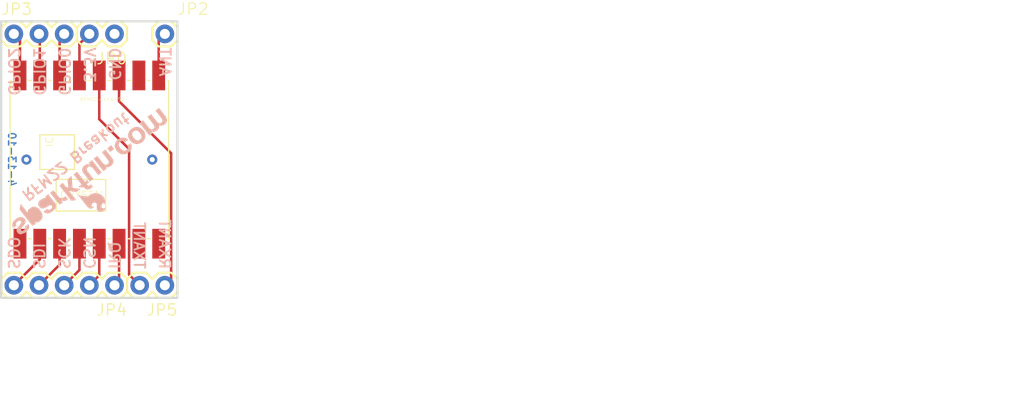
<source format=kicad_pcb>
(kicad_pcb (version 20211014) (generator pcbnew)
  (layers (0 "F.Cu" signal) (31 "B.Cu" signal) (34 "B.Paste" user) (35 "F.Paste" user) (36 "B.SilkS" user "B.Silkscreen") (37 "F.SilkS" user "F.Silkscreen") (38 "B.Mask" user) (39 "F.Mask" user) (44 "Edge.Cuts" user))
  (net 0 "")
  (net 1 "3.3V")
  (net 2 "GND")
  (net 3 "NIRQ")
  (net 4 "NSEL")
  (net 5 "SCLK")
  (net 6 "SDI")
  (net 7 "SDO")
  (net 8 "RX_ANT")
  (net 9 "TX_ANT")
  (net 10 "ANT")
  (net 11 "GPIO_0")
  (net 12 "GPIO_1")
  (net 13 "GPIO2")
  (footprint "" (layer "F.Cu") (at 153.5811 92.3036)
    (fp_text reference "@HOLE0" hide)
    (fp_text value "" (at 0 0) (layer "F.SilkS") (effects (font (size 1.27 1.27))))
    (pad "" np_thru_hole circle (at 0 0) (size 1.905 1.905) (drill 1.905) (layers *.Cu *.Mask))
  )
  (footprint "boardEagle:1X03" (layer "F.Cu") (at 140.8811 92.3036)
    (fp_text reference "JP3" (at -1.3462 -1.8288) (layer "F.SilkS") (effects (font (size 1.143 1.143) (thickness 0.127)) (justify left bottom)))
    (fp_text value "GPIO")
    (fp_line (start 3.175 1.27) (end 1.905 1.27) (layer "F.SilkS") (width 0.2032))
    (fp_line (start 1.905 -1.27) (end 3.175 -1.27) (layer "F.SilkS") (width 0.2032))
    (fp_line (start -0.635 -1.27) (end 0.635 -1.27) (layer "F.SilkS") (width 0.2032))
    (fp_line (start 6.35 0.635) (end 5.715 1.27) (layer "F.SilkS") (width 0.2032))
    (fp_line (start 3.175 -1.27) (end 3.81 -0.635) (layer "F.SilkS") (width 0.2032))
    (fp_line (start 1.27 0.635) (end 0.635 1.27) (layer "F.SilkS") (width 0.2032))
    (fp_line (start -1.27 -0.635) (end -1.27 0.635) (layer "F.SilkS") (width 0.2032))
    (fp_line (start 6.35 -0.635) (end 6.35 0.635) (layer "F.SilkS") (width 0.2032))
    (fp_line (start 1.27 -0.635) (end 1.905 -1.27) (layer "F.SilkS") (width 0.2032))
    (fp_line (start -0.635 -1.27) (end -1.27 -0.635) (layer "F.SilkS") (width 0.2032))
    (fp_line (start 0.635 1.27) (end -0.635 1.27) (layer "F.SilkS") (width 0.2032))
    (fp_line (start 3.81 0.635) (end 3.175 1.27) (layer "F.SilkS") (width 0.2032))
    (fp_line (start 4.445 1.27) (end 3.81 0.635) (layer "F.SilkS") (width 0.2032))
    (fp_line (start -1.27 0.635) (end -0.635 1.27) (layer "F.SilkS") (width 0.2032))
    (fp_line (start 5.715 -1.27) (end 6.35 -0.635) (layer "F.SilkS") (width 0.2032))
    (fp_line (start 4.445 -1.27) (end 5.715 -1.27) (layer "F.SilkS") (width 0.2032))
    (fp_line (start 0.635 -1.27) (end 1.27 -0.635) (layer "F.SilkS") (width 0.2032))
    (fp_line (start 3.81 -0.635) (end 4.445 -1.27) (layer "F.SilkS") (width 0.2032))
    (fp_line (start 5.715 1.27) (end 4.445 1.27) (layer "F.SilkS") (width 0.2032))
    (fp_line (start 1.905 1.27) (end 1.27 0.635) (layer "F.SilkS") (width 0.2032))
    (pad "1" thru_hole circle (at 0 0 90) (size 1.8796 1.8796) (drill 1.016) (layers *.Cu *.Mask) (net 13 "GPIO2"))
    (pad "2" thru_hole circle (at 2.54 0 90) (size 1.8796 1.8796) (drill 1.016) (layers *.Cu *.Mask) (net 12 "GPIO_1"))
    (pad "3" thru_hole circle (at 5.08 0 90) (size 1.8796 1.8796) (drill 1.016) (layers *.Cu *.Mask) (net 11 "GPIO_0"))
  )
  (footprint "boardEagle:1X02" (layer "F.Cu") (at 156.1211 117.7036 180)
    (fp_text reference "JP5" (at -1.3462 -1.8288 180) (layer "F.SilkS") (effects (font (size 1.143 1.143) (thickness 0.127)) (justify right top)))
    (fp_text value "RX/TX-ANT")
    (fp_line (start 1.905 1.27) (end 1.27 0.635) (layer "F.SilkS") (width 0.2032))
    (fp_line (start -0.635 -1.27) (end -1.27 -0.635) (layer "F.SilkS") (width 0.2032))
    (fp_line (start 3.81 -0.635) (end 3.81 0.635) (layer "F.SilkS") (width 0.2032))
    (fp_line (start 1.905 -1.27) (end 3.175 -1.27) (layer "F.SilkS") (width 0.2032))
    (fp_line (start 1.27 -0.635) (end 1.905 -1.27) (layer "F.SilkS") (width 0.2032))
    (fp_line (start 0.635 -1.27) (end 1.27 -0.635) (layer "F.SilkS") (width 0.2032))
    (fp_line (start -1.27 0.635) (end -0.635 1.27) (layer "F.SilkS") (width 0.2032))
    (fp_line (start 0.635 1.27) (end -0.635 1.27) (layer "F.SilkS") (width 0.2032))
    (fp_line (start 1.27 0.635) (end 0.635 1.27) (layer "F.SilkS") (width 0.2032))
    (fp_line (start -0.635 -1.27) (end 0.635 -1.27) (layer "F.SilkS") (width 0.2032))
    (fp_line (start 3.175 -1.27) (end 3.81 -0.635) (layer "F.SilkS") (width 0.2032))
    (fp_line (start 3.81 0.635) (end 3.175 1.27) (layer "F.SilkS") (width 0.2032))
    (fp_line (start -1.27 -0.635) (end -1.27 0.635) (layer "F.SilkS") (width 0.2032))
    (fp_line (start 3.175 1.27) (end 1.905 1.27) (layer "F.SilkS") (width 0.2032))
    (pad "1" thru_hole circle (at 0 0 270) (size 1.8796 1.8796) (drill 1.016) (layers *.Cu *.Mask) (net 8 "RX_ANT"))
    (pad "2" thru_hole circle (at 2.54 0 270) (size 1.8796 1.8796) (drill 1.016) (layers *.Cu *.Mask) (net 9 "TX_ANT"))
  )
  (footprint "boardEagle:1X01" (layer "F.Cu") (at 156.1211 92.3036)
    (fp_text reference "JP2" (at 1.1938 -1.8288) (layer "F.SilkS") (effects (font (size 1.1684 1.1684) (thickness 0.1016)) (justify left bottom)))
    (fp_text value "ANT")
    (fp_line (start 1.27 -0.635) (end 0.635 -1.27) (layer "F.SilkS") (width 0.2032))
    (fp_line (start -0.635 1.27) (end 0.635 1.27) (layer "F.SilkS") (width 0.2032))
    (fp_line (start -1.27 -0.635) (end -1.27 0.635) (layer "F.SilkS") (width 0.2032))
    (fp_line (start -0.635 -1.27) (end -1.27 -0.635) (layer "F.SilkS") (width 0.2032))
    (fp_line (start 0.635 1.27) (end 1.27 0.635) (layer "F.SilkS") (width 0.2032))
    (fp_line (start 1.27 0.635) (end 1.27 -0.635) (layer "F.SilkS") (width 0.2032))
    (fp_line (start 0.635 -1.27) (end -0.635 -1.27) (layer "F.SilkS") (width 0.2032))
    (fp_line (start -1.27 0.635) (end -0.635 1.27) (layer "F.SilkS") (width 0.2032))
    (pad "1" thru_hole circle (at 0 0 90) (size 1.8796 1.8796) (drill 1.016) (layers *.Cu *.Mask) (net 10 "ANT"))
  )
  (footprint "boardEagle:1X05" (layer "F.Cu") (at 151.0411 117.7036 180)
    (fp_text reference "JP4" (at -1.3462 -1.8288 180) (layer "F.SilkS") (effects (font (size 1.143 1.143) (thickness 0.127)) (justify right top)))
    (fp_text value "SPI")
    (fp_line (start -1.27 0.635) (end -0.635 1.27) (layer "F.SilkS") (width 0.2032))
    (fp_line (start 8.255 1.27) (end 6.985 1.27) (layer "F.SilkS") (width 0.2032))
    (fp_line (start 4.445 1.27) (end 3.81 0.635) (layer "F.SilkS") (width 0.2032))
    (fp_line (start 10.795 -1.27) (end 11.43 -0.635) (layer "F.SilkS") (width 0.2032))
    (fp_line (start 1.27 -0.635) (end 1.905 -1.27) (layer "F.SilkS") (width 0.2032))
    (fp_line (start 0.635 1.27) (end -0.635 1.27) (layer "F.SilkS") (width 0.2032))
    (fp_line (start 5.715 1.27) (end 4.445 1.27) (layer "F.SilkS") (width 0.2032))
    (fp_line (start 9.525 -1.27) (end 10.795 -1.27) (layer "F.SilkS") (width 0.2032))
    (fp_line (start 6.35 0.635) (end 5.715 1.27) (layer "F.SilkS") (width 0.2032))
    (fp_line (start 4.445 -1.27) (end 5.715 -1.27) (layer "F.SilkS") (width 0.2032))
    (fp_line (start 11.43 0.635) (end 10.795 1.27) (layer "F.SilkS") (width 0.2032))
    (fp_line (start -1.27 -0.635) (end -1.27 0.635) (layer "F.SilkS") (width 0.2032))
    (fp_line (start 1.905 -1.27) (end 3.175 -1.27) (layer "F.SilkS") (width 0.2032))
    (fp_line (start -0.635 -1.27) (end -1.27 -0.635) (layer "F.SilkS") (width 0.2032))
    (fp_line (start -0.635 -1.27) (end 0.635 -1.27) (layer "F.SilkS") (width 0.2032))
    (fp_line (start 3.175 1.27) (end 1.905 1.27) (layer "F.SilkS") (width 0.2032))
    (fp_line (start 8.89 -0.635) (end 9.525 -1.27) (layer "F.SilkS") (width 0.2032))
    (fp_line (start 0.635 -1.27) (end 1.27 -0.635) (layer "F.SilkS") (width 0.2032))
    (fp_line (start 6.35 0.635) (end 6.985 1.27) (layer "F.SilkS") (width 0.2032))
    (fp_line (start 5.715 -1.27) (end 6.35 -0.635) (layer "F.SilkS") (width 0.2032))
    (fp_line (start 1.27 0.635) (end 0.635 1.27) (layer "F.SilkS") (width 0.2032))
    (fp_line (start 3.175 -1.27) (end 3.81 -0.635) (layer "F.SilkS") (width 0.2032))
    (fp_line (start 8.89 0.635) (end 8.255 1.27) (layer "F.SilkS") (width 0.2032))
    (fp_line (start 10.795 1.27) (end 9.525 1.27) (layer "F.SilkS") (width 0.2032))
    (fp_line (start 3.81 -0.635) (end 4.445 -1.27) (layer "F.SilkS") (width 0.2032))
    (fp_line (start 3.81 0.635) (end 3.175 1.27) (layer "F.SilkS") (width 0.2032))
    (fp_line (start 9.525 1.27) (end 8.89 0.635) (layer "F.SilkS") (width 0.2032))
    (fp_line (start 8.255 -1.27) (end 8.89 -0.635) (layer "F.SilkS") (width 0.2032))
    (fp_line (start 6.985 -1.27) (end 6.35 -0.635) (layer "F.SilkS") (width 0.2032))
    (fp_line (start 6.985 -1.27) (end 8.255 -1.27) (layer "F.SilkS") (width 0.2032))
    (fp_line (start 1.905 1.27) (end 1.27 0.635) (layer "F.SilkS") (width 0.2032))
    (fp_line (start 11.43 -0.635) (end 11.43 0.635) (layer "F.SilkS") (width 0.2032))
    (pad "1" thru_hole circle (at 0 0 270) (size 1.8796 1.8796) (drill 1.016) (layers *.Cu *.Mask) (net 3 "NIRQ"))
    (pad "2" thru_hole circle (at 2.54 0 270) (size 1.8796 1.8796) (drill 1.016) (layers *.Cu *.Mask) (net 4 "NSEL"))
    (pad "3" thru_hole circle (at 5.08 0 270) (size 1.8796 1.8796) (drill 1.016) (layers *.Cu *.Mask) (net 5 "SCLK"))
    (pad "4" thru_hole circle (at 7.62 0 270) (size 1.8796 1.8796) (drill 1.016) (layers *.Cu *.Mask) (net 6 "SDI"))
    (pad "5" thru_hole circle (at 10.16 0 270) (size 1.8796 1.8796) (drill 1.016) (layers *.Cu *.Mask) (net 7 "SDO"))
  )
  (footprint "boardEagle:CREATIVE_COMMONS" (layer "F.Cu") (at 159.9311 130.4036)
    (fp_text reference "U$1" hide)
    (fp_text value "CREATIVE_COMMONS" hide)
  )
  (footprint "boardEagle:1X02" (layer "F.Cu") (at 151.0411 92.3036 180)
    (fp_text reference "JP0" (at -1.3462 -1.8288 180) (layer "F.SilkS") (effects (font (size 1.143 1.143) (thickness 0.127)) (justify right top)))
    (fp_text value "POWER")
    (fp_line (start 1.27 -0.635) (end 1.905 -1.27) (layer "F.SilkS") (width 0.2032))
    (fp_line (start 0.635 -1.27) (end 1.27 -0.635) (layer "F.SilkS") (width 0.2032))
    (fp_line (start 3.175 -1.27) (end 3.81 -0.635) (layer "F.SilkS") (width 0.2032))
    (fp_line (start 1.905 1.27) (end 1.27 0.635) (layer "F.SilkS") (width 0.2032))
    (fp_line (start -0.635 -1.27) (end 0.635 -1.27) (layer "F.SilkS") (width 0.2032))
    (fp_line (start 3.81 0.635) (end 3.175 1.27) (layer "F.SilkS") (width 0.2032))
    (fp_line (start -0.635 -1.27) (end -1.27 -0.635) (layer "F.SilkS") (width 0.2032))
    (fp_line (start -1.27 0.635) (end -0.635 1.27) (layer "F.SilkS") (width 0.2032))
    (fp_line (start 0.635 1.27) (end -0.635 1.27) (layer "F.SilkS") (width 0.2032))
    (fp_line (start 3.175 1.27) (end 1.905 1.27) (layer "F.SilkS") (width 0.2032))
    (fp_line (start 1.905 -1.27) (end 3.175 -1.27) (layer "F.SilkS") (width 0.2032))
    (fp_line (start 3.81 -0.635) (end 3.81 0.635) (layer "F.SilkS") (width 0.2032))
    (fp_line (start -1.27 -0.635) (end -1.27 0.635) (layer "F.SilkS") (width 0.2032))
    (fp_line (start 1.27 0.635) (end 0.635 1.27) (layer "F.SilkS") (width 0.2032))
    (pad "1" thru_hole circle (at 0 0 270) (size 1.8796 1.8796) (drill 1.016) (layers *.Cu *.Mask) (net 2 "GND"))
    (pad "2" thru_hole circle (at 2.54 0 270) (size 1.8796 1.8796) (drill 1.016) (layers *.Cu *.Mask) (net 1 "3.3V"))
  )
  (footprint "boardEagle:RFM22-XXX-S2" (layer "F.Cu") (at 148.5011 105.0036 -90)
    (fp_text reference "RFM22-XXX-S2" (at -5.8652 0.9618) (layer "F.SilkS") (effects (font (size 0.373888 0.373888) (thickness 0.032512)) (justify left bottom)))
    (fp_text value "RFM22")
    (fp_text user "IC" (at -1.2 3.6 -90) (layer "F.SilkS") (effects (font (size 0.736 0.736) (thickness 0.064)) (justify left bottom)))
    (fp_text user "CRYSTAL" (at 4 3) (layer "F.SilkS") (effects (font (size 0.736 0.736) (thickness 0.064)) (justify left bottom)))
    (fp_line (start 8 -0.15) (end 8 0.15) (layer "F.SilkS") (width 0.127))
    (fp_line (start -8 1.85) (end -8 2.15) (layer "F.SilkS") (width 0.127))
    (fp_line (start -8 -8) (end 8 -8) (layer "F.SilkS") (width 0.127))
    (fp_line (start 1 1.5) (end 1 5) (layer "F.SilkS") (width 0.127))
    (fp_line (start 8 8) (end -8 8) (layer "F.SilkS") (width 0.127))
    (fp_line (start -2.5 1.5) (end 1 1.5) (layer "F.SilkS") (width 0.127))
    (fp_line (start 8 5.85) (end 8 6.15) (layer "F.SilkS") (width 0.127))
    (fp_line (start -8 3.85) (end -8 4.15) (layer "F.SilkS") (width 0.127))
    (fp_line (start 2 -1.65) (end 5.2 -1.65) (layer "F.SilkS") (width 0.127))
    (fp_line (start 8 3.85) (end 8 4.15) (layer "F.SilkS") (width 0.127))
    (fp_line (start 2 -1.65) (end 2 3.35) (layer "F.SilkS") (width 0.127))
    (fp_line (start -8 7.83) (end -8 7.9814) (layer "F.SilkS") (width 0.127))
    (fp_line (start -8 -6.15) (end -8 -5.85) (layer "F.SilkS") (width 0.127))
    (fp_line (start 8 1.85) (end 8 2.15) (layer "F.SilkS") (width 0.127))
    (fp_line (start 1 5) (end -2.5 5) (layer "F.SilkS") (width 0.127))
    (fp_line (start 5.2 -1.65) (end 5.2 3.35) (layer "F.SilkS") (width 0.127))
    (fp_line (start -8 -4.15) (end -8 -3.85) (layer "F.SilkS") (width 0.127))
    (fp_line (start 8 -8) (end 8 -7.8486) (layer "F.SilkS") (width 0.127))
    (fp_line (start 8 -6.15) (end 8 -5.85) (layer "F.SilkS") (width 0.127))
    (fp_line (start 2 3.35) (end 5.2 3.35) (layer "F.SilkS") (width 0.127))
    (fp_line (start 8 7.85) (end 8 8.0014) (layer "F.SilkS") (width 0.127))
    (fp_line (start 8 -2.15) (end 8 -1.85) (layer "F.SilkS") (width 0.127))
    (fp_line (start -2.5 5) (end -2.5 1.5) (layer "F.SilkS") (width 0.127))
    (fp_line (start -8 5.85) (end -8 6.15) (layer "F.SilkS") (width 0.127))
    (fp_line (start 8 -4.15) (end 8 -3.85) (layer "F.SilkS") (width 0.127))
    (fp_line (start -8 -0.15) (end -8 0.15) (layer "F.SilkS") (width 0.127))
    (fp_line (start -8 -8) (end -8 -7.8486) (layer "F.SilkS") (width 0.127))
    (fp_line (start -8 -2.15) (end -8 -1.85) (layer "F.SilkS") (width 0.127))
    (pad "1" smd rect (at -8.5 -7) (size 1.3 3) (layers "F.Cu" "F.Paste" "F.Mask") (net 10 "ANT"))
    (pad "2" smd rect (at -8.5 -5) (size 1.3 3) (layers "F.Cu" "F.Paste" "F.Mask") (net 2 "GND"))
    (pad "3" smd rect (at -8.5 -3) (size 1.3 3) (layers "F.Cu" "F.Paste" "F.Mask") (net 8 "RX_ANT"))
    (pad "4" smd rect (at -8.5 -1) (size 1.3 3) (layers "F.Cu" "F.Paste" "F.Mask") (net 9 "TX_ANT"))
    (pad "5" smd rect (at -8.5 1) (size 1.3 3) (layers "F.Cu" "F.Paste" "F.Mask") (net 1 "3.3V"))
    (pad "6" smd rect (at -8.5 3) (size 1.3 3) (layers "F.Cu" "F.Paste" "F.Mask") (net 11 "GPIO_0"))
    (pad "7" smd rect (at -8.5 5) (size 1.3 3) (layers "F.Cu" "F.Paste" "F.Mask") (net 12 "GPIO_1"))
    (pad "8" smd rect (at -8.5 7) (size 1.3 3) (layers "F.Cu" "F.Paste" "F.Mask") (net 13 "GPIO2"))
    (pad "9" smd rect (at 8.5 7) (size 1.3 3) (layers "F.Cu" "F.Paste" "F.Mask") (net 2 "GND"))
    (pad "10" smd rect (at 8.5 5) (size 1.3 3) (layers "F.Cu" "F.Paste" "F.Mask") (net 7 "SDO"))
    (pad "11" smd rect (at 8.5 3) (size 1.3 3) (layers "F.Cu" "F.Paste" "F.Mask") (net 6 "SDI"))
    (pad "12" smd rect (at 8.5 1) (size 1.3 3) (layers "F.Cu" "F.Paste" "F.Mask") (net 5 "SCLK"))
    (pad "13" smd rect (at 8.5 -1) (size 1.3 3) (layers "F.Cu" "F.Paste" "F.Mask") (net 4 "NSEL"))
    (pad "14" smd rect (at 8.5 -3) (size 1.3 3) (layers "F.Cu" "F.Paste" "F.Mask") (net 3 "NIRQ"))
    (pad "15" smd rect (at 8.5 -5) (size 1.3 3) (layers "F.Cu" "F.Paste" "F.Mask") (net 2 "GND"))
    (pad "16" smd rect (at 8.5 -7) (size 1.3 3) (layers "F.Cu" "F.Paste" "F.Mask") (net 2 "GND"))
  )
  (footprint "boardEagle:SFE-NEW-WEBLOGO" (layer "B.Cu") (at 139.9369 110.7667 38)
    (fp_text reference "JP1" hide)
    (fp_text value "LOGO-SFENEW" hide)
    (fp_line (start 11.1379 1.8136) (end 11.1379 0.9449) (layer "B.SilkS") (width 0.0254))
    (fp_line (start 15.5702 2.2962) (end 15.5702 2.6137) (layer "B.SilkS") (width 0.0254))
    (fp_line (start 15.5499 2.6137) (end 15.5499 2.2911) (layer "B.SilkS") (width 0.0254))
    (fp_line (start 11.7729 0.955) (end 11.7729 1.9202) (layer "B.SilkS") (width 0.0254))
    (fp_line (start 15.5702 2.6137) (end 15.5854 2.6137) (layer "B.SilkS") (width 0.0254))
    (fp_line (start 15.5499 2.2911) (end 15.527 2.2911) (layer "B.SilkS") (width 0.0254))
    (fp_line (start 10.7163 0.9449) (end 10.7163 2.5171) (layer "B.SilkS") (width 0.0254))
    (fp_line (start 10.7163 2.5171) (end 11.1201 2.5171) (layer "B.SilkS") (width 0.0254))
    (fp_line (start 11.1379 0.9449) (end 10.7163 0.9449) (layer "B.SilkS") (width 0.0254))
    (fp_line (start 12.1818 0.955) (end 11.7729 0.955) (layer "B.SilkS") (width 0.0254))
    (fp_line (start 12.1818 2.0091) (end 12.1818 0.955) (layer "B.SilkS") (width 0.0254))
    (fp_line (start 11.1201 2.5171) (end 11.1201 2.2962) (layer "B.SilkS") (width 0.0254))
    (fp_line (start 11.1201 2.2962) (end 11.1277 2.2962) (layer "B.SilkS") (width 0.0254))
    (fp_arc (start 14.8615 1.27) (mid 14.919858 1.18948) (end 14.9911 1.1201) (layer "B.SilkS") (width 0.0254))
    (fp_arc (start 15.9029 0.9754) (mid 16.153433 1.12491) (end 16.317 1.3665) (layer "B.SilkS") (width 0.0254))
    (fp_arc (start 15.128201 2.4892) (mid 14.882786 2.260687) (end 14.7549 1.9507) (layer "B.SilkS") (width 0.0254))
    (fp_arc (start 11.2598 2.1692) (mid 11.206137 2.110016) (end 11.1684 2.0396) (layer "B.SilkS") (width 0.0254))
    (fp_arc (start 15.2781 2.1692) (mid 15.20247 2.035022) (end 15.168899 1.8847) (layer "B.SilkS") (width 0.0254))
    (fp_arc (start 11.1379 1.8821) (mid 11.137681 1.84785) (end 11.1379 1.8136) (layer "B.SilkS") (width 0.0254))
    (fp_arc (start 15.7277 2.2708) (mid 15.650001 2.290018) (end 15.5702 2.2962) (layer "B.SilkS") (width 0.0254))
    (fp_arc (start 16.4033 1.808499) (mid 16.333054 2.143404) (end 16.129 2.4181) (layer "B.SilkS") (width 0.0254))
    (fp_arc (start 11.1455 2.3038) (mid 11.152103 2.311189) (end 11.1582 2.319) (layer "B.SilkS") (width 0.0254))
    (fp_arc (start 14.7549 1.9507) (mid 14.737287 1.759061) (end 14.7523 1.5672) (layer "B.SilkS") (width 0.0254))
    (fp_arc (start 15.24 1.4097) (mid 15.31871 1.3127) (end 15.428 1.2522) (layer "B.SilkS") (width 0.0254))
    (fp_arc (start 15.5423 0.9195) (mid 15.724919 0.932492) (end 15.9029 0.9754) (layer "B.SilkS") (width 0.0254))
    (fp_arc (start 12.1488 2.232699) (mid 12.104013 2.336521) (end 12.0345 2.4257) (layer "B.SilkS") (width 0.0254))
    (fp_arc (start 16.317 1.3665) (mid 16.380488 1.583529) (end 16.4033 1.8085) (layer "B.SilkS") (width 0.0254))
    (fp_arc (start 15.809 2.5857) (mid 15.698073 2.606673) (end 15.5854 2.6137) (layer "B.SilkS") (width 0.0254))
    (fp_arc (start 11.1684 2.0396) (mid 11.146105 1.962214) (end 11.1379 1.8821) (layer "B.SilkS") (width 0.0254))
    (fp_arc (start 11.2725 2.446) (mid 11.2264 2.404415) (end 11.1862 2.3571) (layer "B.SilkS") (width 0.0254))
    (fp_arc (start 15.9588 1.971) (mid 15.910982 2.096372) (end 15.8318 2.2047) (layer "B.SilkS") (width 0.0254))
    (fp_arc (start 14.7523 1.5672) (mid 14.792796 1.413418) (end 14.8615 1.27) (layer "B.SilkS") (width 0.0254))
    (fp_arc (start 16.129 2.4181) (mid 15.978822 2.520652) (end 15.809 2.5857) (layer "B.SilkS") (width 0.0254))
    (fp_arc (start 15.5499 2.6137) (mid 15.331296 2.577713) (end 15.1282 2.4892) (layer "B.SilkS") (width 0.0254))
    (fp_arc (start 11.4198 2.2327) (mid 11.475701 2.235165) (end 11.5316 2.2377) (layer "B.SilkS") (width 0.0254))
    (fp_arc (start 15.1689 1.8847) (mid 15.165026 1.761448) (end 15.1714 1.6383) (layer "B.SilkS") (width 0.0254))
    (fp_arc (start 11.1277 2.2962) (mid 11.137379 2.298176) (end 11.1455 2.3038) (layer "B.SilkS") (width 0.0254))
    (fp_arc (start 11.7678 2.5502) (mid 11.667583 2.556058) (end 11.5672 2.5552) (layer "B.SilkS") (width 0.0254))
    (fp_arc (start 15.908 1.4097) (mid 15.966057 1.559906) (end 15.9868 1.7196) (layer "B.SilkS") (width 0.0254))
    (fp_arc (start 15.428 1.2522) (mid 15.597525 1.230563) (end 15.7632 1.2725) (layer "B.SilkS") (width 0.0254))
    (fp_arc (start 11.7145 2.1311) (mid 11.664346 2.1894) (end 11.5976 2.2276) (layer "B.SilkS") (width 0.0254))
    (fp_arc (start 11.7729 1.9202) (mid 11.758038 2.02962) (end 11.7145 2.1311) (layer "B.SilkS") (width 0.0254))
    (fp_arc (start 15.9868 1.7196) (mid 15.980368 1.846143) (end 15.9588 1.971) (layer "B.SilkS") (width 0.0254))
    (fp_arc (start 12.1818 2.0091) (mid 12.172765 2.122002) (end 12.1488 2.2327) (layer "B.SilkS") (width 0.0254))
    (fp_arc (start 15.8318 2.2047) (mid 15.783745 2.244042) (end 15.7277 2.2708) (layer "B.SilkS") (width 0.0254))
    (fp_arc (start 15.7632 1.2725) (mid 15.846801 1.329279) (end 15.908 1.4097) (layer "B.SilkS") (width 0.0254))
    (fp_arc (start 14.9911 1.1201) (mid 15.249615 0.972855) (end 15.5423 0.9195) (layer "B.SilkS") (width 0.0254))
    (fp_arc (start 11.4198 2.2327) (mid 11.334441 2.214452) (end 11.259799 2.1692) (layer "B.SilkS") (width 0.0254))
    (fp_arc (start 11.1862 2.3571) (mid 11.172158 2.338081) (end 11.1582 2.319) (layer "B.SilkS") (width 0.0254))
    (fp_arc (start 11.5672 2.5552) (mid 11.411238 2.523841) (end 11.2725 2.446) (layer "B.SilkS") (width 0.0254))
    (fp_arc (start 12.0345 2.425699) (mid 11.911985 2.511161) (end 11.7678 2.5502) (layer "B.SilkS") (width 0.0254))
    (fp_arc (start 15.1714 1.6383) (mid 15.194331 1.520588) (end 15.24 1.4097) (layer "B.SilkS") (width 0.0254))
    (fp_arc (start 15.527 2.2911) (mid 15.388433 2.258974) (end 15.278099 2.1692) (layer "B.SilkS") (width 0.0254))
    (fp_arc (start 11.5976 2.2276) (mid 11.565101 2.235925) (end 11.5316 2.2377) (layer "B.SilkS") (width 0.0254))
    (fp_poly (pts (xy 8.809435 3.119895) (xy 8.875117 3.1166) (xy 8.89 3.1166) (xy 8.89 2.7889) (xy 8.869112 2.7889) (xy 8.841108 2.7915) (xy 8.660351 2.7915) (xy 8.587936 2.740064) (xy 8.571192 2.699602) (xy 8.5649 2.653436) (xy 8.5649 2.5273) (xy 8.8621 2.5273) (xy 8.8621 2.2352) (xy 8.5623 2.2352) (xy 8.5623 0.9322) (xy 8.1204 0.9322) (xy 8.1204 2.232779) (xy 7.70383 2.235391) (xy 7.995739 2.5273) (xy 8.1255 2.5273) (xy 8.1255 2.560826) (xy 8.143432 2.77702) (xy 8.219199 2.938937) (xy 8.324367 3.032939) (xy 8.449534 3.095959) (xy 8.586403 3.1242) (xy 8.743112 3.1242)) (layer "B.SilkS") (width 0) (fill solid))
    (fp_poly (pts (xy 6.7335 1.97376) (xy 7.284539 2.5248) (xy 7.78835 2.5248) (xy 7.197009 1.946483) (xy 7.869909 0.937183) (xy 7.330929 0.939835) (xy 6.903958 1.643716) (xy 6.7386 1.483032) (xy 6.7386 0.9296) (xy 6.306639 0.9296) (xy 6.2941 0.942139) (xy 6.2941 2.887776) (xy 6.7335 3.138467)) (layer "B.SilkS") (width 0) (fill solid))
    (fp_poly (pts (xy 15.5499 2.609649) (xy 15.5499 2.29782) (xy 15.429469 2.281338) (xy 15.314616 2.217851) (xy 15.23586 2.109416) (xy 15.196312 2.020604) (xy 15.168868 1.873153) (xy 15.163824 1.687316) (xy 15.181322 1.562471) (xy 15.218744 1.447652) (xy 15.272523 1.345) (xy 15.437302 1.244156) (xy 15.6121 1.221967) (xy 15.787119 1.281181) (xy 15.894998 1.379217) (xy 15.949332 1.500229) (xy 15.9868 1.655017) (xy 15.9868 1.797481) (xy 15.961756 1.990339) (xy 15.88736 2.151531) (xy 15.803924 2.232457) (xy 15.708711 2.283762) (xy 15.58997 2.2936) (xy 15.567485 2.2936) (xy 15.57294 2.617878) (xy 15.788992 2.590535) (xy 15.954486 2.53364) (xy 16.155367 2.394616) (xy 16.266844 2.264968) (xy 16.37246 2.027864) (xy 16.400898 1.805948) (xy 16.375193 1.592623) (xy 16.305839 1.343513) (xy 16.222719 1.211114) (xy 16.101494 1.095067) (xy 15.987532 1.014773) (xy 15.799031 0.950211) (xy 15.544583 0.924513) (xy 15.240687 0.965682) (xy 14.951456 1.146439) (xy 14.788469 1.399985) (xy 14.726674 1.793647) (xy 14.809154 2.154405) (xy 15.026083 2.4307) (xy 15.368412 2.600648) (xy 15.51864 2.6187) (xy 15.52691 2.6187)) (layer "B.SilkS") (width 0) (fill solid))
    (fp_poly (pts (xy 17.714962 2.583496) (xy 17.714669 2.58013) (xy 17.812284 2.526288) (xy 17.900302 2.442716) (xy 17.956995 2.351455) (xy 17.961394 2.355854) (xy 18.007182 2.404147) (xy 18.086856 2.480888) (xy 18.177617 2.546023) (xy 18.30384 2.60027) (xy 18.440544 2.616304) (xy 18.698981 2.580082) (xy 18.93345 2.426436) (xy 19.05 2.112985) (xy 19.05 0.9398) (xy 18.6004 0.9398) (xy 18.6004 1.979658) (xy 18.558302 2.150487) (xy 18.49797 2.220003) (xy 18.412014 2.255689) (xy 18.322362 2.262413) (xy 18.233537 2.253336) (xy 18.121633 2.190061) (xy 18.068614 2.109201) (xy 18.041426 2.014408) (xy 18.036069 1.960144) (xy 18.034 1.904767) (xy 18.034 0.9398) (xy 17.5768 0.9398) (xy 17.5768 2.006808) (xy 17.507834 2.191589) (xy 17.433119 2.246143) (xy 17.339789 2.26304) (xy 17.298061 2.260863) (xy 17.256145 2.258198) (xy 17.19103 2.2421) (xy 17.135402 2.205103) (xy 17.092564 2.160343) (xy 17.055171 2.112821) (xy 17.0155 1.934108) (xy 17.0155 0.9423) (xy 16.5583 0.9423) (xy 16.5583 2.573) (xy 16.9824 2.573) (xy 16.9824 2.355139) (xy 16.985319 2.355789) (xy 17.015959 2.3959) (xy 17.093229 2.475705) (xy 17.171263 2.538367) (xy 17.262579 2.579887) (xy 17.318155 2.59498) (xy 17.374103 2.605849) (xy 17.443329 2.614463) (xy 17.514022 2.618767)) (layer "B.SilkS") (width 0) (fill solid))
    (fp_poly (pts (xy 12.4257 0.9449) (xy 12.921 0.9449) (xy 12.921 1.43) (xy 12.4257 1.43)) (layer "B.SilkS") (width 0) (fill solid))
    (fp_poly (pts (xy 11.770768 2.56283) (xy 12.043428 2.435548) (xy 12.160999 2.237024) (xy 12.1945 2.010032) (xy 12.1945 0.9423) (xy 11.7602 0.9423) (xy 11.7602 1.918474) (xy 11.70302 2.124971) (xy 11.656141 2.179464) (xy 11.593345 2.215403) (xy 11.53092 2.224956) (xy 11.476269 2.222478) (xy 11.422495 2.220106) (xy 11.268 2.158791) (xy 11.18035 2.034508) (xy 11.1506 1.880883) (xy 11.1506 0.9322) (xy 10.7036 0.9322) (xy 10.7036 2.5298) (xy 11.1328 2.5298) (xy 11.1328 2.310454) (xy 11.136857 2.313263) (xy 11.148195 2.326834) (xy 11.161924 2.345602) (xy 11.176241 2.364992) (xy 11.217267 2.413279) (xy 11.265048 2.456381) (xy 11.406772 2.535896) (xy 11.566093 2.567932)) (layer "B.SilkS") (width 0) (fill solid))
    (fp_poly (pts (xy 8.337002 5.691103) (xy 8.426449 5.668729) (xy 8.439477 5.663683) (xy 8.451149 5.657775) (xy 8.46786 5.649476) (xy 8.486552 5.642734) (xy 8.582694 5.5855) (xy 8.5903 5.5855) (xy 8.5903 5.5601) (xy 8.517833 5.5601) (xy 8.419418 5.540814) (xy 8.285855 5.378186) (xy 8.290365 5.319725) (xy 8.33909 5.224769) (xy 8.415666 5.148096) (xy 8.505069 5.083538) (xy 8.580348 5.051724) (xy 8.661737 5.054532) (xy 8.669864 5.057086) (xy 8.677257 5.060289) (xy 8.741514 5.119856) (xy 8.7478 5.142712) (xy 8.7478 5.260838) (xy 8.974707 5.031027) (xy 9.079186 4.739741) (xy 9.082603 4.739794) (xy 9.08906 4.533335) (xy 9.059857 4.34032) (xy 8.996308 4.155742) (xy 8.8773 3.944478) (xy 8.8773 3.963481) (xy 8.589131 3.69191) (xy 8.193239 3.5814) (xy 7.964005 3.5814) (xy 7.927201 3.574946) (xy 7.892776 3.562492) (xy 7.707322 3.424684) (xy 7.1984 2.85199) (xy 7.1984 4.40367) (xy 7.271004 4.644867) (xy 7.379295 4.748389) (xy 7.518122 4.800422) (xy 7.6149 4.807989) (xy 7.710384 4.800523) (xy 7.77091 4.790999) (xy 7.768788 4.767333) (xy 7.733216 4.768142) (xy 7.712784 4.759041) (xy 7.631519 4.700054) (xy 7.611722 4.67357) (xy 7.601395 4.6114) (xy 7.611905 4.548129) (xy 7.632405 4.508074) (xy 7.663343 4.475585) (xy 7.757535 4.42645) (xy 7.863229 4.414642) (xy 7.953768 4.432984) (xy 8.03522 4.472556) (xy 8.13303 4.637559) (xy 8.118706 4.731744) (xy 8.061914 4.813301) (xy 7.795707 5.146137) (xy 7.772667 5.393755) (xy 7.838495 5.504456) (xy 7.840042 5.506003) (xy 7.989901 5.63002) (xy 8.243676 5.699964)) (layer "B.SilkS") (width 0) (fill solid))
    (fp_poly (pts (xy 9.4234 1.520809) (xy 9.472888 1.359974) (xy 9.516069 1.308185) (xy 9.573108 1.271734) (xy 9.714103 1.241374) (xy 9.853529 1.268908) (xy 10.003067 1.442966) (xy 10.033 1.684784) (xy 10.033 2.5273) (xy 10.48 2.5273) (xy 10.48 0.9398) (xy 10.0533 0.9398) (xy 10.0533 1.159713) (xy 9.961626 1.051965) (xy 9.823848 0.946774) (xy 9.797269 0.933513) (xy 9.76873 0.924761) (xy 9.46843 0.899096) (xy 9.311419 0.929258) (xy 9.173895 1.0008) (xy 9.172522 1.0008) (xy 9.155194 1.014756) (xy 9.141833 1.028106) (xy 9.055991 1.150842) (xy 9.0022 1.291099) (xy 8.984 1.439423) (xy 8.984 2.5324) (xy 9.4234 2.5324)) (layer "B.SilkS") (width 0) (fill solid))
    (fp_poly (pts (xy 4.444983 2.544915) (xy 4.588724 2.501712) (xy 4.72259 2.430523) (xy 4.844814 2.271666) (xy 4.859671 2.1819) (xy 4.8616 2.1819) (xy 4.8616 1.6891) (xy 4.864173 1.6891) (xy 4.861603 1.242544) (xy 4.871819 1.108765) (xy 4.906709 0.979276) (xy 4.920484 0.9423) (xy 4.495275 0.9423) (xy 4.477494 0.951279) (xy 4.472002 0.970735) (xy 4.468249 0.985133) (xy 4.446292 1.084946) (xy 4.440321 1.089528) (xy 4.438946 1.088886) (xy 4.309064 0.98859) (xy 4.153188 0.927249) (xy 3.824183 0.906712) (xy 3.683825 0.938256) (xy 3.554173 1.000134) (xy 3.486826 1.05665) (xy 3.437273 1.130532) (xy 3.3807 1.444163) (xy 3.3807 1.446675) (xy 3.401941 1.543624) (xy 3.446308 1.632822) (xy 3.527788 1.722902) (xy 3.632416 1.784766) (xy 3.937258 1.861632) (xy 4.048648 1.873601) (xy 4.159032 1.884616) (xy 4.224808 1.893434) (xy 4.289167 1.907055) (xy 4.336271 1.923637) (xy 4.379043 1.948303) (xy 4.407461 1.974391) (xy 4.413402 1.982997) (xy 4.4171 1.991455) (xy 4.4171 2.14983) (xy 4.358226 2.232254) (xy 4.254396 2.270917) (xy 4.188033 2.274326) (xy 4.120968 2.275774) (xy 4.006679 2.25395) (xy 3.883049 2.131716) (xy 3.8659 2.045941) (xy 3.8659 2.0295) (xy 3.429 2.0295) (xy 3.429 2.040006) (xy 3.418965 2.041638) (xy 3.439259 2.166448) (xy 3.491292 2.283494) (xy 3.571378 2.383462) (xy 3.674008 2.459597) (xy 3.791998 2.513469) (xy 3.916944 2.547448) (xy 4.18103 2.571338)) (layer "B.SilkS") (width 0) (fill solid))
    (fp_poly (pts (xy 1.201557 2.290098) (xy 1.414074 2.156268) (xy 1.42383 2.065) (xy 1.01008 2.065) (xy 1.00135 2.126336) (xy 0.936084 2.220524) (xy 0.871818 2.257603) (xy 0.798545 2.2758) (xy 0.628591 2.2758) (xy 0.583991 2.267366) (xy 0.541641 2.251683) (xy 0.51157 2.232098) (xy 0.488615 2.205726) (xy 0.469153 2.152745) (xy 0.474605 2.097619) (xy 0.521549 2.031824) (xy 0.664468 1.962838) (xy 0.866638 1.922444) (xy 1.206678 1.822687) (xy 1.354318 1.729494) (xy 1.389578 1.692366) (xy 1.416579 1.648151) (xy 1.460229 1.440208) (xy 1.447804 1.4376) (xy 1.460484 1.436955) (xy 1.457817 1.384541) (xy 1.452657 1.33034) (xy 1.371775 1.140043) (xy 1.14885 0.969822) (xy 1.013381 0.927267) (xy 0.74708 0.904177) (xy 0.617383 0.909691) (xy 0.487493 0.922202) (xy 0.306845 0.984179) (xy 0.185213 1.061804) (xy 0.109225 1.132023) (xy 0.056988 1.2215) (xy 0.013059 1.350644) (xy 0.002577 1.410659) (xy -0.00152 1.469003) (xy 0.738195 1.10308) (xy 1.120535 1.189415) (xy 1.224069 1.497645) (xy 0.809011 1.723764) (xy 0.364394 1.98847) (xy 0.308075 2.310537) (xy 0.741882 2.423672)) (layer "B.SilkS") (width 0) (fill solid))
    (fp_poly (pts (xy 14.181776 2.563159) (xy 14.181555 2.560669) (xy 14.327447 2.496725) (xy 14.547848 2.246517) (xy 14.619242 1.9914) (xy 14.1707 1.9914) (xy 14.1707 2.005388) (xy 14.15242 2.10038) (xy 14.100807 2.180729) (xy 14.023181 2.236025) (xy 13.860405 2.2706) (xy 13.694207 2.245798) (xy 13.653262 2.227396) (xy 13.618712 2.198612) (xy 13.531409 2.074936) (xy 13.459735 1.779947) (xy 13.507258 1.471936) (xy 13.55233 1.379537) (xy 13.718934 1.256376) (xy 13.795519 1.238584) (xy 13.875272 1.234455) (xy 13.963395 1.249226) (xy 14.044683 1.286045) (xy 14.088707 1.320383) (xy 14.123821 1.362695) (xy 14.191983 1.5646) (xy 14.6202 1.5646) (xy 14.6202 1.546046) (xy 14.607183 1.4497) (xy 14.551954 1.307962) (xy 14.468685 1.180108) (xy 14.234909 0.989147) (xy 13.88734 0.904104) (xy 13.726062 0.914148) (xy 13.567886 0.942693) (xy 13.423659 0.994928) (xy 13.188191 1.185237) (xy 13.098694 1.32648) (xy 13.017451 1.644495) (xy 13.0251 1.894992) (xy 13.0251 1.896181) (xy 13.064859 2.076939) (xy 13.14486 2.243932) (xy 13.26133 2.388842) (xy 13.574558 2.580191) (xy 13.883988 2.616332)) (layer "B.SilkS") (width 0) (fill solid))
    (fp_poly (pts (xy 2.834651 2.506079) (xy 2.92707 2.450683) (xy 3.011605 2.383731) (xy 3.1267 2.221709) (xy 3.1267 2.263503) (xy 3.219434 1.972794) (xy 3.236098 1.526727) (xy 3.068933 1.135798) (xy 2.975978 1.041462) (xy 2.864973 0.970996) (xy 2.740356 0.92713) (xy 2.372489 0.922) (xy 2.370226 0.922) (xy 2.254471 0.962806) (xy 2.0828 1.127587) (xy 2.0828 -0.010757) (xy 1.6434 0.385552) (xy 1.6434 2.45912) (xy 2.057593 2.537568) (xy 2.055012 2.330538) (xy 2.068304 2.345345) (xy 2.15812 2.442839) (xy 2.234107 2.497896) (xy 2.368681 2.552194) (xy 2.419192 2.562883) (xy 2.620347 2.565422)) (layer "B.SilkS") (width 0) (fill solid))
    (fp_poly (pts (xy 0.803285 2.567895) (xy 0.944243 2.553799) (xy 1.081508 2.516334) (xy 1.193542 2.461399) (xy 1.291841 2.383865) (xy 1.357039 2.297824) (xy 1.377068 2.257603) (xy 1.393653 2.216867) (xy 1.417283 2.151914) (xy 1.353784 2.105111) (xy 1.152335 2.254241) (xy 0.736496 2.387002) (xy 0.372563 2.277101) (xy 0.417885 2.019712) (xy 1.241556 1.540676) (xy 1.263422 1.497067) (xy 1.147655 1.152457) (xy 0.724605 1.058492) (xy -0.038666 1.4605) (xy 0.4115 1.4605) (xy 0.4115 1.443466) (xy 0.420402 1.369907) (xy 0.454647 1.305856) (xy 0.524204 1.243359) (xy 0.610838 1.206018) (xy 0.637726 1.200933) (xy 0.665996 1.198897) (xy 0.7328 1.198389) (xy 0.79791 1.198884) (xy 0.968129 1.258019) (xy 1.007666 1.302193) (xy 1.028603 1.358428) (xy 1.025789 1.425439) (xy 0.995864 1.485288) (xy 0.943734 1.527918) (xy 0.715431 1.605731) (xy 0.533161 1.644154) (xy 0.351479 1.692254) (xy 0.230117 1.743632) (xy 0.122357 1.822697) (xy 0.0457 1.960096) (xy 0.0457 1.963141) (xy 0.038572 2.135467) (xy 0.0838 2.300409) (xy 0.0838 2.303445) (xy 0.206233 2.444416) (xy 0.620397 2.567885) (xy 0.71245 2.568634)) (layer "B.SilkS") (width 0) (fill solid))
    (fp_poly (pts (xy 6.1316 2.557116) (xy 6.1316 2.1463) (xy 6.115783 2.1463) (xy 6.10653 2.147054) (xy 6.097893 2.149211) (xy 6.068387 2.157247) (xy 6.038922 2.161538) (xy 5.96265 2.16474) (xy 5.887609 2.16159) (xy 5.731931 2.107297) (xy 5.637642 2.018651) (xy 5.577302 1.903423) (xy 5.5499 1.736362) (xy 5.5499 0.9423) (xy 5.107878 0.9423) (xy 5.110519 2.454146) (xy 5.522 2.527255) (xy 5.522 2.234211) (xy 5.526569 2.235704) (xy 5.544428 2.262537) (xy 5.578841 2.314524) (xy 5.613758 2.367854) (xy 5.686736 2.438162) (xy 5.778008 2.498223) (xy 5.979984 2.565515)) (layer "B.SilkS") (width 0) (fill solid))
  )
  (gr_line (start 157.3911 91.0336) (end 157.3911 118.9736) (layer "Edge.Cuts") (width 0.2032))
  (gr_line (start 139.6111 91.0336) (end 157.3911 91.0336) (layer "Edge.Cuts") (width 0.2032))
  (gr_line (start 139.6111 118.9736) (end 139.6111 91.0336) (layer "Edge.Cuts") (width 0.2032))
  (gr_line (start 157.3911 118.9736) (end 139.6111 118.9736) (layer "Edge.Cuts") (width 0.2032))
  (gr_text "4-13-10" (at 140.2461 107.7976 -90) (layer "B.Cu") (effects (font (size 0.75565 0.75565) (thickness 0.13335)) (justify left bottom mirror)))
  (gr_text "SDO" (at 140.2207 116.1796 -90) (layer "B.SilkS") (effects (font (size 1.0795 1.0795) (thickness 0.1905)) (justify left bottom mirror)))
  (gr_text "GND" (at 151.6761 93.5736 -90) (layer "B.SilkS") (effects (font (size 1.0795 1.0795) (thickness 0.1905)) (justify right top mirror)))
  (gr_text "3.3V" (at 149.1361 93.5736 -90) (layer "B.SilkS") (effects (font (size 1.0795 1.0795) (thickness 0.1905)) (justify right top mirror)))
  (gr_text "RFM22 Breakout" (at 141.4316 108.3674 -142) (layer "B.SilkS") (effects (font (size 1.0795 1.0795) (thickness 0.1905)) (justify left bottom mirror)))
  (gr_text "CSN" (at 147.8407 116.1796 -90) (layer "B.SilkS") (effects (font (size 1.0795 1.0795) (thickness 0.1905)) (justify left bottom mirror)))
  (gr_text "GPIO0" (at 146.5961 93.5736 -90) (layer "B.SilkS") (effects (font (size 1.0795 1.0795) (thickness 0.1905)) (justify right top mirror)))
  (gr_text "TXANT" (at 152.9207 116.1796 -90) (layer "B.SilkS") (effects (font (size 1.0795 1.0795) (thickness 0.1905)) (justify left bottom mirror)))
  (gr_text "ANT" (at 156.7561 93.5736 -90) (layer "B.SilkS") (effects (font (size 1.0795 1.0795) (thickness 0.1905)) (justify right top mirror)))
  (gr_text "IRQ" (at 150.3807 116.1796 -90) (layer "B.SilkS") (effects (font (size 1.0795 1.0795) (thickness 0.1905)) (justify left bottom mirror)))
  (gr_text "RXANT" (at 155.4607 116.1796 -90) (layer "B.SilkS") (effects (font (size 1.0795 1.0795) (thickness 0.1905)) (justify left bottom mirror)))
  (gr_text "GPIO1" (at 144.0561 93.5736 -90) (layer "B.SilkS") (effects (font (size 1.0795 1.0795) (thickness 0.1905)) (justify right top mirror)))
  (gr_text "SDI" (at 142.7607 116.1796 -90) (layer "B.SilkS") (effects (font (size 1.0795 1.0795) (thickness 0.1905)) (justify left bottom mirror)))
  (gr_text "SCK" (at 145.3007 116.1796 -90) (layer "B.SilkS") (effects (font (size 1.0795 1.0795) (thickness 0.1905)) (justify left bottom mirror)))
  (gr_text "GPIO2" (at 141.5161 93.5736 -90) (layer "B.SilkS") (effects (font (size 1.0795 1.0795) (thickness 0.1905)) (justify right top mirror)))
  (segment (start 147.5011 93.3036) (end 148.5011 92.3036) (width 0.254) (layer "F.Cu") (net 1))
  (segment (start 147.5011 96.5036) (end 147.5011 93.3036) (width 0.254) (layer "F.Cu") (net 1))
  (via (at 142.1511 105.0036) (size 1.016) (drill 0.508) (layers "F.Cu" "B.Cu") (net 2))
  (via (at 154.8511 105.0036) (size 1.016) (drill 0.508) (layers "F.Cu" "B.Cu") (net 2))
  (segment (start 151.0411 117.7036) (end 151.5011 117.2436) (width 0.254) (layer "F.Cu") (net 3))
  (segment (start 151.5011 117.2436) (end 151.5011 113.5036) (width 0.254) (layer "F.Cu") (net 3))
  (segment (start 148.5011 117.7036) (end 149.5011 116.7036) (width 0.254) (layer "F.Cu") (net 4))
  (segment (start 149.5011 116.7036) (end 149.5011 113.5036) (width 0.254) (layer "F.Cu") (net 4))
  (segment (start 145.9611 117.7036) (end 147.5011 116.1636) (width 0.254) (layer "F.Cu") (net 5))
  (segment (start 147.5011 116.1636) (end 147.5011 113.5036) (width 0.254) (layer "F.Cu") (net 5))
  (segment (start 143.4211 117.7036) (end 145.5011 115.6236) (width 0.254) (layer "F.Cu") (net 6))
  (segment (start 145.5011 115.6236) (end 145.5011 113.5036) (width 0.254) (layer "F.Cu") (net 6))
  (segment (start 140.8811 117.7036) (end 140.9611 117.6236) (width 0.254) (layer "F.Cu") (net 7))
  (segment (start 143.5011 115.0836) (end 143.5011 113.5036) (width 0.254) (layer "F.Cu") (net 7))
  (segment (start 140.8811 117.7036) (end 143.5011 115.0836) (width 0.254) (layer "F.Cu") (net 7))
  (segment (start 156.7561 117.0686) (end 156.7561 104.3686) (width 0.254) (layer "F.Cu") (net 8))
  (segment (start 156.1211 117.7036) (end 156.7561 117.0686) (width 0.254) (layer "F.Cu") (net 8))
  (segment (start 156.7561 104.3686) (end 151.5011 99.1136) (width 0.254) (layer "F.Cu") (net 8))
  (segment (start 151.5011 99.1136) (end 151.5011 96.5036) (width 0.254) (layer "F.Cu") (net 8))
  (segment (start 152.5143 116.6368) (end 152.5143 103.9368) (width 0.254) (layer "F.Cu") (net 9))
  (segment (start 149.5011 100.9236) (end 149.5011 96.5036) (width 0.254) (layer "F.Cu") (net 9))
  (segment (start 153.5811 117.7036) (end 152.5143 116.6368) (width 0.254) (layer "F.Cu") (net 9))
  (segment (start 152.5143 103.9368) (end 149.5011 100.9236) (width 0.254) (layer "F.Cu") (net 9))
  (segment (start 155.5011 96.5036) (end 155.5011 92.9236) (width 0.254) (layer "F.Cu") (net 10))
  (segment (start 155.5011 92.9236) (end 156.1211 92.3036) (width 0.254) (layer "F.Cu") (net 10))
  (segment (start 145.5011 92.7636) (end 145.9611 92.3036) (width 0.254) (layer "F.Cu") (net 11))
  (segment (start 145.5011 96.5036) (end 145.5011 92.7636) (width 0.254) (layer "F.Cu") (net 11))
  (segment (start 143.5011 92.3836) (end 143.4211 92.3036) (width 0.254) (layer "F.Cu") (net 12))
  (segment (start 143.5011 96.5036) (end 143.5011 92.3836) (width 0.254) (layer "F.Cu") (net 12))
  (segment (start 141.5011 92.9236) (end 140.8811 92.3036) (width 0.254) (layer "F.Cu") (net 13))
  (segment (start 141.5011 96.5036) (end 141.5011 92.9236) (width 0.254) (layer "F.Cu") (net 13))
)
</source>
